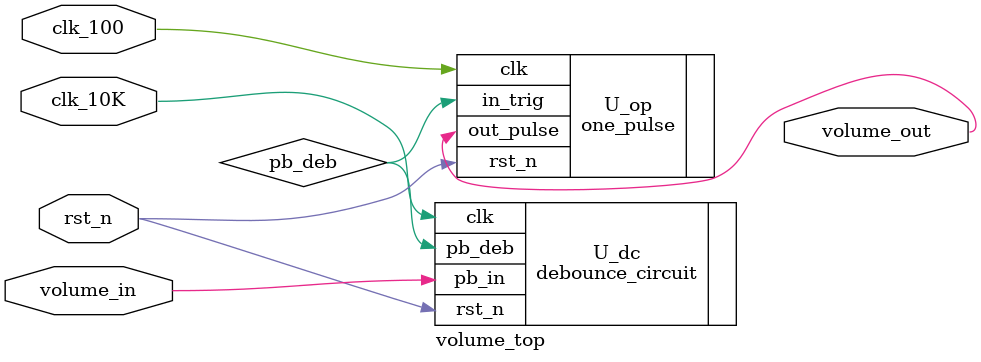
<source format=v>
`timescale 1ns / 1ps


module volume_top(
    clk_100,
    clk_10K,
    rst_n, //active low rst_n
    volume_in, //push button input
    volume_out
);
input clk_100;
input clk_10K;
input rst_n; //active low rst_n
input volume_in; //push button input
output volume_out;
// Declare internal nodes
wire pb_deb; // push button debounced out

// debounce circuit
debounce_circuit U_dc(
    .clk(clk_10K), // clock control
    .rst_n(rst_n), // rst_n
    .pb_in(volume_in), //push button input
    .pb_deb(pb_deb) // debounced push button out
);
   // 1 pulse generation circuit
one_pulse U_op(
   .clk(clk_100), // clock input
   .rst_n(rst_n), //active low rst_n
   .in_trig(pb_deb), // input trigger
   .out_pulse(volume_out) // output one pulse
);
endmodule

</source>
